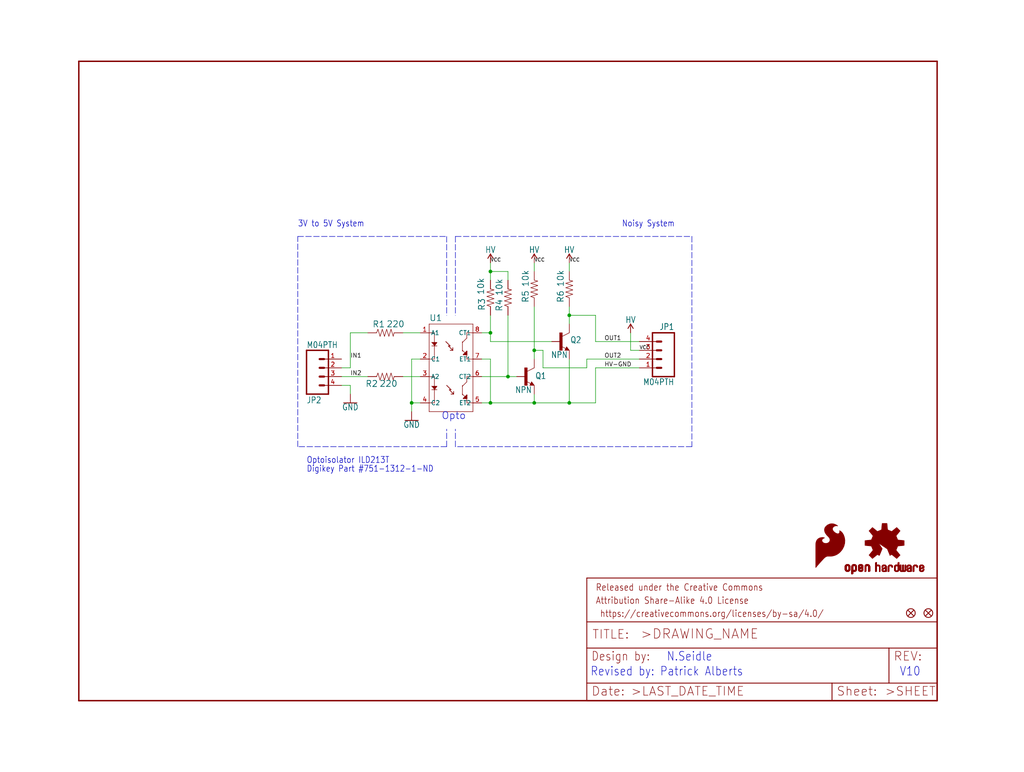
<source format=kicad_sch>
(kicad_sch (version 20211123) (generator eeschema)
  (paper "User" 297.002 223.926)
  (lib_symbols
    (symbol "schematicEagle-eagle-import:10KOHM-0603-1{slash}10W-1%"
      (property "Reference" "R" (at 0 1.524 0))
      (property "Value" "10KOHM-0603-1{slash}10W-1%" (at 0 -1.524 0))
      (symbol "10KOHM-0603-1{slash}10W-1%_1_0"
        (pin passive line (at -5.08 0 0) (length 2.54) (name "1") (number "1"))
        (pin passive line (at 5.08 0 180) (length 2.54) (name "2") (number "2"))
      )
    )
    (symbol "schematicEagle-eagle-import:220OHM-0603-1{slash}10W-1%"
      (property "Reference" "R" (at 0 1.524 0))
      (property "Value" "220OHM-0603-1{slash}10W-1%" (at 0 -1.524 0))
      (symbol "220OHM-0603-1{slash}10W-1%_1_0"
        (pin passive line (at -5.08 0 0) (length 2.54) (name "1") (number "1"))
        (pin passive line (at 5.08 0 180) (length 2.54) (name "2") (number "2"))
      )
    )
    (symbol "schematicEagle-eagle-import:FIDUCIALUFIDUCIAL")
    (symbol "schematicEagle-eagle-import:FRAME-LETTER"
      (symbol "FRAME-LETTER_2_0"
        (text " https://creativecommons.org/licenses/by-sa/4.0/" (at 2.54 24.13 0) (effects (font (size 1.9304 1.6408)) (justify left bottom)))
        (text ">DRAWING_NAME" (at 15.494 17.78 0) (effects (font (size 2.7432 2.7432)) (justify left bottom)))
        (text ">LAST_DATE_TIME" (at 12.7 1.27 0) (effects (font (size 2.54 2.54)) (justify left bottom)))
        (text ">SHEET" (at 86.36 1.27 0) (effects (font (size 2.54 2.54)) (justify left bottom)))
        (text "Attribution Share-Alike 4.0 License" (at 2.54 27.94 0) (effects (font (size 1.9304 1.6408)) (justify left bottom)))
        (text "Date:" (at 1.27 1.27 0) (effects (font (size 2.54 2.54)) (justify left bottom)))
        (text "Design by:" (at 1.27 11.43 0) (effects (font (size 2.54 2.159)) (justify left bottom)))
        (text "Released under the Creative Commons" (at 2.54 31.75 0) (effects (font (size 1.9304 1.6408)) (justify left bottom)))
        (text "REV:" (at 88.9 11.43 0) (effects (font (size 2.54 2.54)) (justify left bottom)))
        (text "Sheet:" (at 72.39 1.27 0) (effects (font (size 2.54 2.54)) (justify left bottom)))
        (text "TITLE:" (at 1.524 17.78 0) (effects (font (size 2.54 2.54)) (justify left bottom)))
      )
    )
    (symbol "schematicEagle-eagle-import:GND" (power)
      (property "Value" "GND" (at 0 -0.254 0))
      (symbol "GND_1_0"
        (pin power_in line (at 0 2.54 270) (length 2.54) (name "GND") (number "1"))
      )
    )
    (symbol "schematicEagle-eagle-import:ILD213T-IDL213T"
      (property "Reference" "U" (at -5.08 13.208 0))
      (property "Value" "ILD213T-IDL213T" (at -5.08 -13.208 0))
      (symbol "ILD213T-IDL213T_1_0"
        (pin bidirectional line (at -7.62 10.16 0) (length 2.54) (name "A1") (number "1"))
        (pin bidirectional line (at -7.62 2.54 0) (length 2.54) (name "C1") (number "2"))
        (pin bidirectional line (at -7.62 -2.54 0) (length 2.54) (name "A2") (number "3"))
        (pin bidirectional line (at -7.62 -10.16 0) (length 2.54) (name "C2") (number "4"))
        (pin bidirectional line (at 10.16 -10.16 180) (length 2.54) (name "ET2") (number "5"))
        (pin bidirectional line (at 10.16 -2.54 180) (length 2.54) (name "CT2") (number "6"))
        (pin bidirectional line (at 10.16 2.54 180) (length 2.54) (name "ET1") (number "7"))
        (pin bidirectional line (at 10.16 10.16 180) (length 2.54) (name "CT1") (number "8"))
      )
    )
    (symbol "schematicEagle-eagle-import:M04PTH"
      (property "Reference" "JP" (at -5.08 8.382 0))
      (property "Value" "M04PTH" (at -5.08 -7.62 0))
      (symbol "M04PTH_1_0"
        (pin passive line (at 5.08 -2.54 180) (length 5.08) (name "1") (number "1"))
        (pin passive line (at 5.08 0 180) (length 5.08) (name "2") (number "2"))
        (pin passive line (at 5.08 2.54 180) (length 5.08) (name "3") (number "3"))
        (pin passive line (at 5.08 5.08 180) (length 5.08) (name "4") (number "4"))
      )
    )
    (symbol "schematicEagle-eagle-import:OSHW-LOGOS")
    (symbol "schematicEagle-eagle-import:SFE_LOGO_FLAME.1_INCH")
    (symbol "schematicEagle-eagle-import:TRANSISTOR_NPNMMBT2222A"
      (property "Reference" "Q" (at 5.08 0 0))
      (property "Value" "TRANSISTOR_NPNMMBT2222A" (at 5.08 -2.54 0))
      (symbol "TRANSISTOR_NPNMMBT2222A_1_0"
        (pin passive line (at -2.54 0 0) (length 2.54) (name "B") (number "1"))
        (pin passive line (at 2.54 -5.08 90) (length 2.54) (name "E") (number "2"))
        (pin passive line (at 2.54 5.08 270) (length 2.54) (name "C") (number "3"))
      )
    )
    (symbol "schematicEagle-eagle-import:VCC" (power)
      (property "Value" "VCC" (at 0 2.794 0))
      (symbol "VCC_1_0"
        (pin power_in line (at 0 0 90) (length 2.54) (name "VCC") (number "1"))
      )
    )
  )
  (junction (at 142.24 78.74))
  (junction (at 154.94 101.6))
  (junction (at 142.24 116.84))
  (junction (at 142.24 96.52))
  (junction (at 165.1 116.84))
  (junction (at 154.94 116.84))
  (junction (at 119.38 116.84))
  (junction (at 147.32 109.22))
  (junction (at 165.1 91.44))
  (wire (pts (xy 185.42 101.6) (xy 182.88 101.6)))
  (polyline (pts (xy 132.08 68.58) (xy 132.08 91.44)))
  (wire (pts (xy 165.1 116.84) (xy 172.72 116.84)))
  (wire (pts (xy 154.94 114.3) (xy 154.94 116.84)))
  (polyline (pts (xy 129.54 68.58) (xy 129.54 91.44)))
  (wire (pts (xy 142.24 76.2) (xy 142.24 78.74)))
  (wire (pts (xy 165.1 104.14) (xy 165.1 116.84)))
  (wire (pts (xy 139.7 109.22) (xy 147.32 109.22)))
  (wire (pts (xy 154.94 101.6) (xy 157.48 101.6)))
  (wire (pts (xy 157.48 106.68) (xy 170.18 106.68)))
  (wire (pts (xy 147.32 78.74) (xy 142.24 78.74)))
  (wire (pts (xy 142.24 91.44) (xy 142.24 96.52)))
  (wire (pts (xy 142.24 96.52) (xy 142.24 99.06)))
  (wire (pts (xy 142.24 99.06) (xy 160.02 99.06)))
  (wire (pts (xy 119.38 104.14) (xy 119.38 116.84)))
  (wire (pts (xy 116.84 96.52) (xy 121.92 96.52)))
  (polyline (pts (xy 132.08 68.58) (xy 200.66 68.58)))
  (wire (pts (xy 154.94 104.14) (xy 154.94 101.6)))
  (wire (pts (xy 147.32 91.44) (xy 147.32 109.22)))
  (wire (pts (xy 106.68 96.52) (xy 101.6 96.52)))
  (wire (pts (xy 172.72 99.06) (xy 185.42 99.06)))
  (wire (pts (xy 182.88 101.6) (xy 182.88 96.52)))
  (wire (pts (xy 139.7 104.14) (xy 142.24 104.14)))
  (wire (pts (xy 165.1 91.44) (xy 165.1 93.98)))
  (wire (pts (xy 101.6 96.52) (xy 101.6 106.68)))
  (wire (pts (xy 147.32 109.22) (xy 149.86 109.22)))
  (wire (pts (xy 172.72 106.68) (xy 185.42 106.68)))
  (wire (pts (xy 101.6 114.3) (xy 101.6 111.76)))
  (wire (pts (xy 142.24 116.84) (xy 154.94 116.84)))
  (wire (pts (xy 142.24 78.74) (xy 142.24 81.28)))
  (wire (pts (xy 165.1 88.9) (xy 165.1 91.44)))
  (wire (pts (xy 165.1 91.44) (xy 172.72 91.44)))
  (wire (pts (xy 170.18 106.68) (xy 170.18 104.14)))
  (wire (pts (xy 170.18 104.14) (xy 185.42 104.14)))
  (polyline (pts (xy 86.36 68.58) (xy 129.54 68.58)))
  (wire (pts (xy 101.6 111.76) (xy 99.06 111.76)))
  (wire (pts (xy 165.1 76.2) (xy 165.1 78.74)))
  (wire (pts (xy 99.06 109.22) (xy 106.68 109.22)))
  (wire (pts (xy 121.92 116.84) (xy 119.38 116.84)))
  (polyline (pts (xy 129.54 129.54) (xy 86.36 129.54)))
  (wire (pts (xy 172.72 116.84) (xy 172.72 106.68)))
  (polyline (pts (xy 129.54 129.54) (xy 129.54 124.46)))
  (wire (pts (xy 172.72 91.44) (xy 172.72 99.06)))
  (polyline (pts (xy 200.66 68.58) (xy 200.66 129.54)))
  (wire (pts (xy 154.94 76.2) (xy 154.94 78.74)))
  (wire (pts (xy 157.48 101.6) (xy 157.48 106.68)))
  (polyline (pts (xy 200.66 129.54) (xy 132.08 129.54)))
  (wire (pts (xy 147.32 81.28) (xy 147.32 78.74)))
  (wire (pts (xy 142.24 104.14) (xy 142.24 116.84)))
  (wire (pts (xy 101.6 106.68) (xy 99.06 106.68)))
  (wire (pts (xy 139.7 96.52) (xy 142.24 96.52)))
  (wire (pts (xy 154.94 88.9) (xy 154.94 101.6)))
  (polyline (pts (xy 132.08 129.54) (xy 132.08 124.46)))
  (wire (pts (xy 154.94 116.84) (xy 165.1 116.84)))
  (wire (pts (xy 119.38 116.84) (xy 119.38 119.38)))
  (polyline (pts (xy 86.36 129.54) (xy 86.36 68.58)))
  (wire (pts (xy 116.84 109.22) (xy 121.92 109.22)))
  (wire (pts (xy 139.7 116.84) (xy 142.24 116.84)))
  (wire (pts (xy 121.92 104.14) (xy 119.38 104.14)))
  (text "V10" (at 260.858 196.342 180) (effects (font (size 2.54 2.159)) (justify left bottom)))
  (text "3V to 5V System" (at 86.36 66.04 180) (effects (font (size 1.778 1.5113)) (justify left bottom)))
  (text "Revised by: Patrick Alberts" (at 171.196 196.342 180) (effects (font (size 2.54 2.159)) (justify left bottom)))
  (text "Digikey Part #751-1312-1-ND" (at 88.9 137.16 180) (effects (font (size 1.778 1.5113)) (justify left bottom)))
  (text "N.Seidle" (at 193.294 192.024 180) (effects (font (size 2.54 2.159)) (justify left bottom)))
  (text "Opto" (at 128.016 121.92 180) (effects (font (size 2.032 2.032)) (justify left bottom)))
  (text "Optoisolator ILD213T" (at 88.9 134.62 180) (effects (font (size 1.778 1.5113)) (justify left bottom)))
  (text "Noisy System" (at 180.34 66.04 180) (effects (font (size 1.778 1.5113)) (justify left bottom)))
  (label "OUT1" (at 175.26 99.06 0) (effects (font (size 1.2446 1.2446))))
  (label "VCC" (at 185.42 101.6 0) (effects (font (size 1.016 1.016))))
  (label "VCC" (at 165.1 76.2 0) (effects (font (size 1.016 1.016))))
  (label "IN2" (at 101.6 109.22 0) (effects (font (size 1.2446 1.2446))))
  (label "VCC" (at 154.94 76.2 0) (effects (font (size 1.016 1.016))))
  (label "VCC" (at 142.24 76.2 0) (effects (font (size 1.016 1.016))))
  (label "OUT2" (at 175.26 104.14 0) (effects (font (size 1.2446 1.2446))))
  (label "HV-GND" (at 175.26 106.68 0) (effects (font (size 1.2446 1.2446))))
  (label "IN1" (at 101.6 104.14 0) (effects (font (size 1.2446 1.2446))))
  (symbol (lib_id "schematicEagle-eagle-import:FRAME-LETTER") (at 170.18 203.2 0) (unit 2)
    (property "Reference" "FRAME1" (effects hide))
    (property "Value" "FRAME-LETTER" (effects hide))
    (property "Footprint" "schematicEagle:CREATIVE_COMMONS" (effects hide))
  )
  (symbol (lib_id "schematicEagle-eagle-import:VCC") (at 165.1 76.2 0) (unit 1)
    (property "Reference" "#P+4" (effects hide))
    (property "Value" "HV" (at 165.1 73.406 0) (effects (font (size 1.778 1.5113)) (justify bottom)))
    (property "Footprint" "schematicEagle:" (effects hide))
  )
  (symbol (lib_id "schematicEagle-eagle-import:10KOHM-0603-1{slash}10W-1%") (at 154.94 83.82 90) (unit 1)
    (property "Reference" "R5" (at 153.416 87.884 0) (effects (font (size 1.778 1.778)) (justify left bottom)))
    (property "Value" "10k" (at 153.416 83.312 0) (effects (font (size 1.778 1.778)) (justify left bottom)))
    (property "Footprint" "schematicEagle:0603" (effects hide))
  )
  (symbol (lib_id "schematicEagle-eagle-import:GND") (at 101.6 116.84 0) (unit 1)
    (property "Reference" "#GND4" (effects hide))
    (property "Value" "GND" (at 101.6 117.094 0) (effects (font (size 1.778 1.5113)) (justify top)))
    (property "Footprint" "schematicEagle:" (effects hide))
  )
  (symbol (lib_id "schematicEagle-eagle-import:10KOHM-0603-1{slash}10W-1%") (at 147.32 86.36 90) (unit 1)
    (property "Reference" "R4" (at 145.796 90.424 0) (effects (font (size 1.778 1.778)) (justify left bottom)))
    (property "Value" "10k" (at 145.796 85.852 0) (effects (font (size 1.778 1.778)) (justify left bottom)))
    (property "Footprint" "schematicEagle:0603" (effects hide))
  )
  (symbol (lib_id "schematicEagle-eagle-import:FIDUCIALUFIDUCIAL") (at 264.16 177.8 0) (unit 1)
    (property "Reference" "U$3" (effects hide))
    (property "Value" "FIDUCIALUFIDUCIAL" (effects hide))
    (property "Footprint" "schematicEagle:MICRO-FIDUCIAL" (effects hide))
  )
  (symbol (lib_id "schematicEagle-eagle-import:SFE_LOGO_FLAME.1_INCH") (at 236.22 165.1 0) (unit 1)
    (property "Reference" "LOGO2" (effects hide))
    (property "Value" "SFE_LOGO_FLAME.1_INCH" (effects hide))
    (property "Footprint" "schematicEagle:SFE_LOGO_FLAME_.1" (effects hide))
  )
  (symbol (lib_id "schematicEagle-eagle-import:GND") (at 119.38 121.92 0) (unit 1)
    (property "Reference" "#GND1" (effects hide))
    (property "Value" "GND" (at 119.38 122.174 0) (effects (font (size 1.778 1.5113)) (justify top)))
    (property "Footprint" "schematicEagle:" (effects hide))
  )
  (symbol (lib_id "schematicEagle-eagle-import:VCC") (at 154.94 76.2 0) (unit 1)
    (property "Reference" "#P+3" (effects hide))
    (property "Value" "HV" (at 154.94 73.406 0) (effects (font (size 1.778 1.5113)) (justify bottom)))
    (property "Footprint" "schematicEagle:" (effects hide))
  )
  (symbol (lib_id "schematicEagle-eagle-import:FIDUCIALUFIDUCIAL") (at 269.24 177.8 0) (unit 1)
    (property "Reference" "U$2" (effects hide))
    (property "Value" "FIDUCIALUFIDUCIAL" (effects hide))
    (property "Footprint" "schematicEagle:MICRO-FIDUCIAL" (effects hide))
  )
  (symbol (lib_id "schematicEagle-eagle-import:FRAME-LETTER") (at 22.86 203.2 0) (unit 1)
    (property "Reference" "FRAME1" (effects hide))
    (property "Value" "FRAME-LETTER" (effects hide))
    (property "Footprint" "schematicEagle:CREATIVE_COMMONS" (effects hide))
  )
  (symbol (lib_id "schematicEagle-eagle-import:220OHM-0603-1{slash}10W-1%") (at 111.76 109.22 0) (unit 1)
    (property "Reference" "R2" (at 105.918 112.2934 0) (effects (font (size 1.778 1.778)) (justify left bottom)))
    (property "Value" "220" (at 109.982 112.268 0) (effects (font (size 1.778 1.778)) (justify left bottom)))
    (property "Footprint" "schematicEagle:0603" (effects hide))
  )
  (symbol (lib_id "schematicEagle-eagle-import:10KOHM-0603-1{slash}10W-1%") (at 165.1 83.82 90) (unit 1)
    (property "Reference" "R6" (at 163.576 87.884 0) (effects (font (size 1.778 1.778)) (justify left bottom)))
    (property "Value" "10k" (at 163.576 83.312 0) (effects (font (size 1.778 1.778)) (justify left bottom)))
    (property "Footprint" "schematicEagle:0603" (effects hide))
  )
  (symbol (lib_id "schematicEagle-eagle-import:ILD213T-IDL213T") (at 129.54 106.68 0) (unit 1)
    (property "Reference" "U1" (at 124.46 93.218 0) (effects (font (size 1.778 1.778)) (justify left bottom)))
    (property "Value" "ILD213T-IDL213T" (effects hide))
    (property "Footprint" "schematicEagle:SO08" (effects hide))
  )
  (symbol (lib_id "schematicEagle-eagle-import:VCC") (at 182.88 96.52 0) (unit 1)
    (property "Reference" "#P+2" (effects hide))
    (property "Value" "HV" (at 182.88 93.726 0) (effects (font (size 1.778 1.5113)) (justify bottom)))
    (property "Footprint" "schematicEagle:" (effects hide))
  )
  (symbol (lib_id "schematicEagle-eagle-import:OSHW-LOGOS") (at 256.54 157.48 0) (unit 1)
    (property "Reference" "LOGO1" (effects hide))
    (property "Value" "OSHW-LOGOS" (effects hide))
    (property "Footprint" "schematicEagle:OSHW-LOGO-S" (effects hide))
  )
  (symbol (lib_id "schematicEagle-eagle-import:TRANSISTOR_NPNMMBT2222A") (at 152.4 109.22 0) (unit 1)
    (property "Reference" "Q1" (at 155.194 109.982 0) (effects (font (size 1.778 1.5113)) (justify left bottom)))
    (property "Value" "NPN" (at 149.352 114.046 0) (effects (font (size 1.778 1.5113)) (justify left bottom)))
    (property "Footprint" "schematicEagle:SOT23-3" (effects hide))
  )
  (symbol (lib_id "schematicEagle-eagle-import:M04PTH") (at 93.98 106.68 0) (mirror x) (unit 1)
    (property "Reference" "JP2" (at 88.9 115.062 0) (effects (font (size 1.778 1.5113)) (justify left bottom)))
    (property "Value" "M04PTH" (at 88.9 99.06 0) (effects (font (size 1.778 1.5113)) (justify left bottom)))
    (property "Footprint" "schematicEagle:1X04" (effects hide))
  )
  (symbol (lib_id "schematicEagle-eagle-import:VCC") (at 142.24 76.2 0) (unit 1)
    (property "Reference" "#P+1" (effects hide))
    (property "Value" "HV" (at 142.24 73.406 0) (effects (font (size 1.778 1.5113)) (justify bottom)))
    (property "Footprint" "schematicEagle:" (effects hide))
  )
  (symbol (lib_id "schematicEagle-eagle-import:220OHM-0603-1{slash}10W-1%") (at 111.76 96.52 0) (unit 1)
    (property "Reference" "R1" (at 107.95 95.0214 0) (effects (font (size 1.778 1.778)) (justify left bottom)))
    (property "Value" "220" (at 112.014 94.996 0) (effects (font (size 1.778 1.778)) (justify left bottom)))
    (property "Footprint" "schematicEagle:0603" (effects hide))
  )
  (symbol (lib_id "schematicEagle-eagle-import:10KOHM-0603-1{slash}10W-1%") (at 142.24 86.36 90) (unit 1)
    (property "Reference" "R3" (at 140.7414 90.17 0) (effects (font (size 1.778 1.778)) (justify left bottom)))
    (property "Value" "10k" (at 140.462 85.598 0) (effects (font (size 1.778 1.778)) (justify left bottom)))
    (property "Footprint" "schematicEagle:0603" (effects hide))
  )
  (symbol (lib_id "schematicEagle-eagle-import:M04PTH") (at 190.5 104.14 0) (mirror y) (unit 1)
    (property "Reference" "JP1" (at 195.58 95.758 0) (effects (font (size 1.778 1.5113)) (justify left bottom)))
    (property "Value" "M04PTH" (at 195.58 111.76 0) (effects (font (size 1.778 1.5113)) (justify left bottom)))
    (property "Footprint" "schematicEagle:1X04" (effects hide))
  )
  (symbol (lib_id "schematicEagle-eagle-import:TRANSISTOR_NPNMMBT2222A") (at 162.56 99.06 0) (unit 1)
    (property "Reference" "Q2" (at 165.354 99.568 0) (effects (font (size 1.778 1.5113)) (justify left bottom)))
    (property "Value" "NPN" (at 159.766 103.886 0) (effects (font (size 1.778 1.5113)) (justify left bottom)))
    (property "Footprint" "schematicEagle:SOT23-3" (effects hide))
  )
)
</source>
